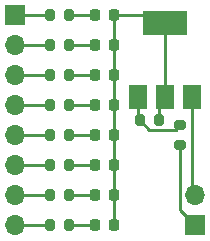
<source format=gbr>
%TF.GenerationSoftware,KiCad,Pcbnew,(6.0.0)*%
%TF.CreationDate,2022-01-24T17:52:03-05:00*%
%TF.ProjectId,LED direction board,4c454420-6469-4726-9563-74696f6e2062,rev?*%
%TF.SameCoordinates,Original*%
%TF.FileFunction,Copper,L1,Top*%
%TF.FilePolarity,Positive*%
%FSLAX46Y46*%
G04 Gerber Fmt 4.6, Leading zero omitted, Abs format (unit mm)*
G04 Created by KiCad (PCBNEW (6.0.0)) date 2022-01-24 17:52:03*
%MOMM*%
%LPD*%
G01*
G04 APERTURE LIST*
G04 Aperture macros list*
%AMRoundRect*
0 Rectangle with rounded corners*
0 $1 Rounding radius*
0 $2 $3 $4 $5 $6 $7 $8 $9 X,Y pos of 4 corners*
0 Add a 4 corners polygon primitive as box body*
4,1,4,$2,$3,$4,$5,$6,$7,$8,$9,$2,$3,0*
0 Add four circle primitives for the rounded corners*
1,1,$1+$1,$2,$3*
1,1,$1+$1,$4,$5*
1,1,$1+$1,$6,$7*
1,1,$1+$1,$8,$9*
0 Add four rect primitives between the rounded corners*
20,1,$1+$1,$2,$3,$4,$5,0*
20,1,$1+$1,$4,$5,$6,$7,0*
20,1,$1+$1,$6,$7,$8,$9,0*
20,1,$1+$1,$8,$9,$2,$3,0*%
G04 Aperture macros list end*
%TA.AperFunction,SMDPad,CuDef*%
%ADD10RoundRect,0.200000X0.200000X0.275000X-0.200000X0.275000X-0.200000X-0.275000X0.200000X-0.275000X0*%
%TD*%
%TA.AperFunction,SMDPad,CuDef*%
%ADD11RoundRect,0.200000X-0.275000X0.200000X-0.275000X-0.200000X0.275000X-0.200000X0.275000X0.200000X0*%
%TD*%
%TA.AperFunction,SMDPad,CuDef*%
%ADD12RoundRect,0.218750X0.218750X0.256250X-0.218750X0.256250X-0.218750X-0.256250X0.218750X-0.256250X0*%
%TD*%
%TA.AperFunction,SMDPad,CuDef*%
%ADD13RoundRect,0.200000X-0.200000X-0.275000X0.200000X-0.275000X0.200000X0.275000X-0.200000X0.275000X0*%
%TD*%
%TA.AperFunction,SMDPad,CuDef*%
%ADD14R,1.500000X2.000000*%
%TD*%
%TA.AperFunction,SMDPad,CuDef*%
%ADD15R,3.800000X2.000000*%
%TD*%
%TA.AperFunction,ComponentPad*%
%ADD16R,1.700000X1.700000*%
%TD*%
%TA.AperFunction,ComponentPad*%
%ADD17O,1.700000X1.700000*%
%TD*%
%TA.AperFunction,Conductor*%
%ADD18C,0.250000*%
%TD*%
G04 APERTURE END LIST*
D10*
%TO.P,R9,1*%
%TO.N,Net-(D1-Pad1)*%
X129095000Y-87630000D03*
%TO.P,R9,2*%
%TO.N,Net-(U1-Pad1)*%
X127445000Y-87630000D03*
%TD*%
D11*
%TO.P,R10,1*%
%TO.N,Net-(U1-Pad1)*%
X130810000Y-88075000D03*
%TO.P,R10,2*%
%TO.N,GND*%
X130810000Y-89725000D03*
%TD*%
D12*
%TO.P,D3,1,KA*%
%TO.N,Net-(D1-Pad1)*%
X125247500Y-83820000D03*
%TO.P,D3,2,AK*%
%TO.N,Net-(D3-Pad2)*%
X123672500Y-83820000D03*
%TD*%
D13*
%TO.P,R3,1*%
%TO.N,Net-(J1-Pad3)*%
X119825000Y-83820000D03*
%TO.P,R3,2*%
%TO.N,Net-(D3-Pad2)*%
X121475000Y-83820000D03*
%TD*%
D14*
%TO.P,U1,1,GND*%
%TO.N,Net-(U1-Pad1)*%
X127240000Y-85700000D03*
D15*
%TO.P,U1,2,VO*%
%TO.N,Net-(D1-Pad1)*%
X129540000Y-79400000D03*
D14*
X129540000Y-85700000D03*
%TO.P,U1,3,VI*%
%TO.N,+5V*%
X131840000Y-85700000D03*
%TD*%
D12*
%TO.P,D2,1,KA*%
%TO.N,Net-(D1-Pad1)*%
X125247500Y-81280000D03*
%TO.P,D2,2,AK*%
%TO.N,Net-(D2-Pad2)*%
X123672500Y-81280000D03*
%TD*%
%TO.P,D6,1,KA*%
%TO.N,Net-(D1-Pad1)*%
X125247500Y-91440000D03*
%TO.P,D6,2,AK*%
%TO.N,Net-(D6-Pad2)*%
X123672500Y-91440000D03*
%TD*%
D13*
%TO.P,R8,1*%
%TO.N,Net-(J1-Pad8)*%
X119825000Y-96520000D03*
%TO.P,R8,2*%
%TO.N,Net-(D8-Pad2)*%
X121475000Y-96520000D03*
%TD*%
%TO.P,R2,1*%
%TO.N,Net-(J1-Pad2)*%
X119825000Y-81280000D03*
%TO.P,R2,2*%
%TO.N,Net-(D2-Pad2)*%
X121475000Y-81280000D03*
%TD*%
D12*
%TO.P,D1,1,KA*%
%TO.N,Net-(D1-Pad1)*%
X125247500Y-78740000D03*
%TO.P,D1,2,AK*%
%TO.N,Net-(D1-Pad2)*%
X123672500Y-78740000D03*
%TD*%
%TO.P,D5,1,KA*%
%TO.N,Net-(D1-Pad1)*%
X125247500Y-88900000D03*
%TO.P,D5,2,AK*%
%TO.N,Net-(D5-Pad2)*%
X123672500Y-88900000D03*
%TD*%
D13*
%TO.P,R5,1*%
%TO.N,Net-(J1-Pad5)*%
X119825000Y-88900000D03*
%TO.P,R5,2*%
%TO.N,Net-(D5-Pad2)*%
X121475000Y-88900000D03*
%TD*%
%TO.P,R7,1*%
%TO.N,Net-(J1-Pad7)*%
X119825000Y-93980000D03*
%TO.P,R7,2*%
%TO.N,Net-(D7-Pad2)*%
X121475000Y-93980000D03*
%TD*%
D12*
%TO.P,D7,1,KA*%
%TO.N,Net-(D1-Pad1)*%
X125247500Y-93980000D03*
%TO.P,D7,2,AK*%
%TO.N,Net-(D7-Pad2)*%
X123672500Y-93980000D03*
%TD*%
D16*
%TO.P,J1,1,Pin_1*%
%TO.N,Net-(J1-Pad1)*%
X116865000Y-78740000D03*
D17*
%TO.P,J1,2,Pin_2*%
%TO.N,Net-(J1-Pad2)*%
X116865000Y-81280000D03*
%TO.P,J1,3,Pin_3*%
%TO.N,Net-(J1-Pad3)*%
X116865000Y-83820000D03*
%TO.P,J1,4,Pin_4*%
%TO.N,Net-(J1-Pad4)*%
X116865000Y-86360000D03*
%TO.P,J1,5,Pin_5*%
%TO.N,Net-(J1-Pad5)*%
X116865000Y-88900000D03*
%TO.P,J1,6,Pin_6*%
%TO.N,Net-(J1-Pad6)*%
X116865000Y-91440000D03*
%TO.P,J1,7,Pin_7*%
%TO.N,Net-(J1-Pad7)*%
X116865000Y-93980000D03*
%TO.P,J1,8,Pin_8*%
%TO.N,Net-(J1-Pad8)*%
X116865000Y-96520000D03*
%TD*%
D12*
%TO.P,D8,1,KA*%
%TO.N,Net-(D1-Pad1)*%
X125247500Y-96520000D03*
%TO.P,D8,2,AK*%
%TO.N,Net-(D8-Pad2)*%
X123672500Y-96520000D03*
%TD*%
%TO.P,D4,1,KA*%
%TO.N,Net-(D1-Pad1)*%
X125247500Y-86360000D03*
%TO.P,D4,2,AK*%
%TO.N,Net-(D4-Pad2)*%
X123672500Y-86360000D03*
%TD*%
D13*
%TO.P,R1,1*%
%TO.N,Net-(J1-Pad1)*%
X119825000Y-78740000D03*
%TO.P,R1,2*%
%TO.N,Net-(D1-Pad2)*%
X121475000Y-78740000D03*
%TD*%
%TO.P,R4,1*%
%TO.N,Net-(J1-Pad4)*%
X119825000Y-86360000D03*
%TO.P,R4,2*%
%TO.N,Net-(D4-Pad2)*%
X121475000Y-86360000D03*
%TD*%
D16*
%TO.P,J2,1,Pin_1*%
%TO.N,GND*%
X132080000Y-96520000D03*
D17*
%TO.P,J2,2,Pin_2*%
%TO.N,+5V*%
X132080000Y-93980000D03*
%TD*%
D13*
%TO.P,R6,1*%
%TO.N,Net-(J1-Pad6)*%
X119825000Y-91440000D03*
%TO.P,R6,2*%
%TO.N,Net-(D6-Pad2)*%
X121475000Y-91440000D03*
%TD*%
D18*
%TO.N,Net-(D1-Pad2)*%
X121475000Y-78740000D02*
X123672500Y-78740000D01*
%TO.N,Net-(D2-Pad2)*%
X121475000Y-81280000D02*
X123672500Y-81280000D01*
%TO.N,Net-(D3-Pad2)*%
X121475000Y-83820000D02*
X123672500Y-83820000D01*
%TO.N,Net-(D4-Pad2)*%
X121475000Y-86360000D02*
X123672500Y-86360000D01*
%TO.N,Net-(D5-Pad2)*%
X121475000Y-88900000D02*
X123672500Y-88900000D01*
%TO.N,Net-(D6-Pad2)*%
X121475000Y-91440000D02*
X123672500Y-91440000D01*
%TO.N,Net-(D7-Pad2)*%
X121475000Y-93980000D02*
X123672500Y-93980000D01*
%TO.N,Net-(D8-Pad2)*%
X121475000Y-96520000D02*
X123672500Y-96520000D01*
%TO.N,GND*%
X130810000Y-89725000D02*
X130810000Y-95250000D01*
X130810000Y-95250000D02*
X132080000Y-96520000D01*
%TO.N,+5V*%
X131840000Y-85700000D02*
X131840000Y-93740000D01*
X131840000Y-93740000D02*
X132080000Y-93980000D01*
%TO.N,Net-(D1-Pad1)*%
X129540000Y-79400000D02*
X129540000Y-85700000D01*
X125247500Y-96520000D02*
X125247500Y-78740000D01*
X125247500Y-78740000D02*
X128880000Y-78740000D01*
X129095000Y-87630000D02*
X129095000Y-86145000D01*
X129095000Y-86145000D02*
X129540000Y-85700000D01*
X128880000Y-78740000D02*
X129540000Y-79400000D01*
%TO.N,Net-(J1-Pad1)*%
X116865000Y-78740000D02*
X119825000Y-78740000D01*
%TO.N,Net-(J1-Pad2)*%
X116865000Y-81280000D02*
X119825000Y-81280000D01*
%TO.N,Net-(J1-Pad3)*%
X116865000Y-83820000D02*
X119825000Y-83820000D01*
%TO.N,Net-(J1-Pad4)*%
X116865000Y-86360000D02*
X119825000Y-86360000D01*
%TO.N,Net-(J1-Pad5)*%
X116865000Y-88900000D02*
X119825000Y-88900000D01*
%TO.N,Net-(J1-Pad6)*%
X116865000Y-91440000D02*
X119825000Y-91440000D01*
%TO.N,Net-(J1-Pad7)*%
X119825000Y-93980000D02*
X116865000Y-93980000D01*
%TO.N,Net-(J1-Pad8)*%
X116865000Y-96520000D02*
X119825000Y-96520000D01*
%TO.N,Net-(U1-Pad1)*%
X128244520Y-88429520D02*
X127445000Y-87630000D01*
X127240000Y-87425000D02*
X127445000Y-87630000D01*
X130455480Y-88429520D02*
X128244520Y-88429520D01*
X130810000Y-88075000D02*
X130455480Y-88429520D01*
X127240000Y-85700000D02*
X127240000Y-87425000D01*
%TD*%
M02*

</source>
